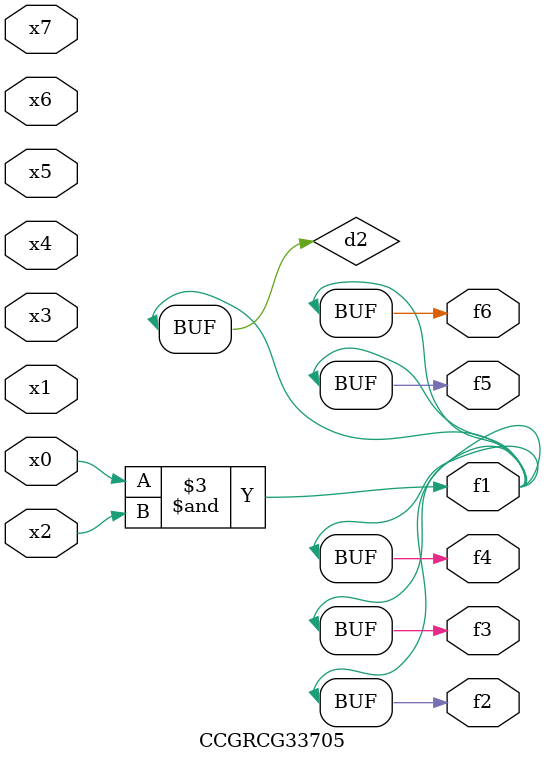
<source format=v>
module CCGRCG33705(
	input x0, x1, x2, x3, x4, x5, x6, x7,
	output f1, f2, f3, f4, f5, f6
);

	wire d1, d2;

	nor (d1, x3, x6);
	and (d2, x0, x2);
	assign f1 = d2;
	assign f2 = d2;
	assign f3 = d2;
	assign f4 = d2;
	assign f5 = d2;
	assign f6 = d2;
endmodule

</source>
